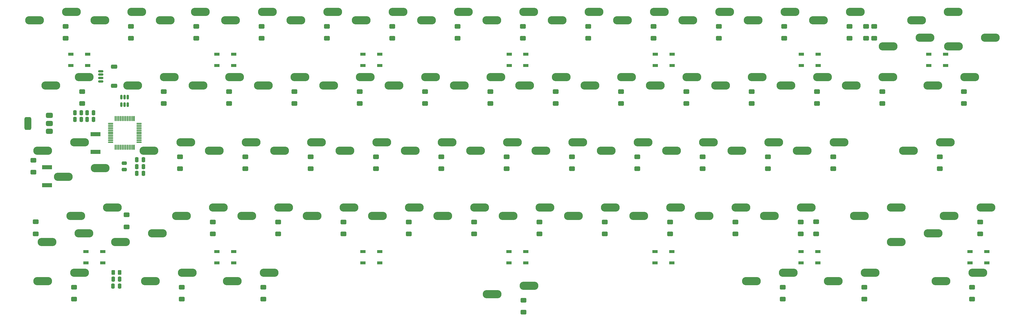
<source format=gbr>
%TF.GenerationSoftware,KiCad,Pcbnew,8.99.0-946-gf00a1ab517*%
%TF.CreationDate,2024-05-15T19:42:52+07:00*%
%TF.ProjectId,toro60_hs,746f726f-3630-45f6-9873-2e6b69636164,rev?*%
%TF.SameCoordinates,Original*%
%TF.FileFunction,Paste,Bot*%
%TF.FilePolarity,Positive*%
%FSLAX46Y46*%
G04 Gerber Fmt 4.6, Leading zero omitted, Abs format (unit mm)*
G04 Created by KiCad (PCBNEW 8.99.0-946-gf00a1ab517) date 2024-05-15 19:42:52*
%MOMM*%
%LPD*%
G01*
G04 APERTURE LIST*
G04 Aperture macros list*
%AMRoundRect*
0 Rectangle with rounded corners*
0 $1 Rounding radius*
0 $2 $3 $4 $5 $6 $7 $8 $9 X,Y pos of 4 corners*
0 Add a 4 corners polygon primitive as box body*
4,1,4,$2,$3,$4,$5,$6,$7,$8,$9,$2,$3,0*
0 Add four circle primitives for the rounded corners*
1,1,$1+$1,$2,$3*
1,1,$1+$1,$4,$5*
1,1,$1+$1,$6,$7*
1,1,$1+$1,$8,$9*
0 Add four rect primitives between the rounded corners*
20,1,$1+$1,$2,$3,$4,$5,0*
20,1,$1+$1,$4,$5,$6,$7,0*
20,1,$1+$1,$6,$7,$8,$9,0*
20,1,$1+$1,$8,$9,$2,$3,0*%
G04 Aperture macros list end*
%ADD10O,5.500000X2.410000*%
%ADD11RoundRect,0.250000X0.600000X-0.400000X0.600000X0.400000X-0.600000X0.400000X-0.600000X-0.400000X0*%
%ADD12RoundRect,0.375000X0.625000X0.375000X-0.625000X0.375000X-0.625000X-0.375000X0.625000X-0.375000X0*%
%ADD13RoundRect,0.500000X0.500000X1.400000X-0.500000X1.400000X-0.500000X-1.400000X0.500000X-1.400000X0*%
%ADD14R,3.000000X1.190000*%
%ADD15RoundRect,0.250000X-0.250000X-0.475000X0.250000X-0.475000X0.250000X0.475000X-0.250000X0.475000X0*%
%ADD16R,1.500000X0.900000*%
%ADD17RoundRect,0.250000X0.250000X0.475000X-0.250000X0.475000X-0.250000X-0.475000X0.250000X-0.475000X0*%
%ADD18RoundRect,0.250000X0.262500X0.450000X-0.262500X0.450000X-0.262500X-0.450000X0.262500X-0.450000X0*%
%ADD19RoundRect,0.150000X-0.150000X0.512500X-0.150000X-0.512500X0.150000X-0.512500X0.150000X0.512500X0*%
%ADD20RoundRect,0.250000X-0.600000X0.400000X-0.600000X-0.400000X0.600000X-0.400000X0.600000X0.400000X0*%
%ADD21RoundRect,0.150000X-0.625000X0.150000X-0.625000X-0.150000X0.625000X-0.150000X0.625000X0.150000X0*%
%ADD22RoundRect,0.250000X-0.650000X0.350000X-0.650000X-0.350000X0.650000X-0.350000X0.650000X0.350000X0*%
%ADD23RoundRect,0.250000X0.475000X-0.250000X0.475000X0.250000X-0.475000X0.250000X-0.475000X-0.250000X0*%
%ADD24RoundRect,0.075000X0.075000X-0.662500X0.075000X0.662500X-0.075000X0.662500X-0.075000X-0.662500X0*%
%ADD25RoundRect,0.075000X0.662500X-0.075000X0.662500X0.075000X-0.662500X0.075000X-0.662500X-0.075000X0*%
G04 APERTURE END LIST*
D10*
%TO.C,SW29*%
X311728000Y-150290000D03*
X300978000Y-152775000D03*
%TD*%
%TO.C,SW30*%
X47434000Y-179410000D03*
X58184000Y-176925000D03*
%TD*%
%TO.C,SW16*%
X53553000Y-150290000D03*
X43803000Y-152775000D03*
%TD*%
%TO.C,SW69*%
X282675999Y-207440000D03*
X271925999Y-209925000D03*
%TD*%
%TO.C,SW50*%
X187902500Y-188390000D03*
X177152500Y-190875000D03*
%TD*%
%TO.C,SW31*%
X83127500Y-169340000D03*
X72377500Y-171825000D03*
%TD*%
%TO.C,SW13*%
X278390000Y-131240000D03*
X267640000Y-133725000D03*
%TD*%
%TO.C,SW46*%
X111702500Y-188390000D03*
X100952500Y-190875000D03*
%TD*%
%TO.C,SW19*%
X116465000Y-150290000D03*
X105715000Y-152775000D03*
%TD*%
%TO.C,SW23*%
X192665000Y-150290000D03*
X181915000Y-152775000D03*
%TD*%
%TO.C,SW53*%
X245052500Y-188390000D03*
X234302500Y-190875000D03*
%TD*%
%TO.C,SW28*%
X287915000Y-150290000D03*
X277165000Y-152775000D03*
%TD*%
%TO.C,SW56*%
X316490000Y-188390000D03*
X305740000Y-190875000D03*
%TD*%
%TO.C,SW34*%
X140277500Y-169340000D03*
X129527500Y-171825000D03*
%TD*%
%TO.C,SW45*%
X92652500Y-188390000D03*
X81902500Y-190875000D03*
%TD*%
%TO.C,SW2*%
X68840000Y-131240000D03*
X58090000Y-133725000D03*
%TD*%
%TO.C,SW21*%
X154565000Y-150290000D03*
X143815000Y-152775000D03*
%TD*%
%TO.C,SW3*%
X87390000Y-131240000D03*
X77140000Y-133725000D03*
%TD*%
%TO.C,SW26*%
X249815000Y-150290000D03*
X239065000Y-152775000D03*
%TD*%
%TO.C,SW8*%
X183140000Y-131240000D03*
X172390000Y-133725000D03*
%TD*%
%TO.C,SW22*%
X173615000Y-150290000D03*
X162865000Y-152775000D03*
%TD*%
%TO.C,SW6*%
X145040000Y-131240000D03*
X134290000Y-133725000D03*
%TD*%
%TO.C,SW14*%
X287940000Y-141310000D03*
X298690000Y-138825000D03*
%TD*%
%TO.C,SW20*%
X135515000Y-150290000D03*
X124765000Y-152775000D03*
%TD*%
%TO.C,SW24*%
X211715000Y-150290000D03*
X200965000Y-152775000D03*
%TD*%
%TO.C,SW40*%
X254577500Y-169340000D03*
X243827500Y-171825000D03*
%TD*%
%TO.C,SW36*%
X178377500Y-169340000D03*
X167627500Y-171825000D03*
%TD*%
%TO.C,SW35*%
X159327500Y-169340000D03*
X148577500Y-171825000D03*
%TD*%
%TO.C,SW17*%
X78365000Y-150290000D03*
X67615000Y-152775000D03*
%TD*%
%TO.C,SW41*%
X273627500Y-169340000D03*
X262877500Y-171825000D03*
%TD*%
%TO.C,SW39*%
X235527500Y-169340000D03*
X224777500Y-171825000D03*
%TD*%
%TO.C,SW1005*%
X290321500Y-198460000D03*
X301071500Y-195975000D03*
%TD*%
%TO.C,SW11*%
X240290000Y-131240000D03*
X229540000Y-133725000D03*
%TD*%
%TO.C,SW49*%
X168852500Y-188390000D03*
X158102500Y-190875000D03*
%TD*%
%TO.C,SW12*%
X259340000Y-131240000D03*
X248590000Y-133725000D03*
%TD*%
%TO.C,SW1002*%
X52171000Y-169340000D03*
X41421000Y-171825000D03*
%TD*%
%TO.C,SW1*%
X49790000Y-131240000D03*
X39040000Y-133725000D03*
%TD*%
%TO.C,SW55*%
X290296500Y-188390000D03*
X279546500Y-190875000D03*
%TD*%
%TO.C,SW7*%
X164090000Y-131240000D03*
X153340000Y-133725000D03*
%TD*%
%TO.C,SW9*%
X202190000Y-131240000D03*
X191440000Y-133725000D03*
%TD*%
%TO.C,SW54*%
X264102500Y-188390000D03*
X253352500Y-190875000D03*
%TD*%
%TO.C,SW4*%
X106940000Y-131240000D03*
X96190000Y-133725000D03*
%TD*%
%TO.C,SW63*%
X183235000Y-211250000D03*
X172485000Y-213735000D03*
%TD*%
%TO.C,SW44*%
X64102500Y-198460000D03*
X74852500Y-195975000D03*
%TD*%
%TO.C,SW42*%
X304658099Y-169340000D03*
X293908099Y-171825000D03*
%TD*%
%TO.C,SW32*%
X102177500Y-169340000D03*
X91427500Y-171825000D03*
%TD*%
%TO.C,SW58*%
X83603500Y-207440000D03*
X72853500Y-209925000D03*
%TD*%
%TO.C,SW51*%
X206952500Y-188390000D03*
X196202500Y-190875000D03*
%TD*%
%TO.C,SW33*%
X121227500Y-169340000D03*
X110477500Y-171825000D03*
%TD*%
%TO.C,SW27*%
X268865000Y-150290000D03*
X258115000Y-152775000D03*
%TD*%
%TO.C,SW5*%
X125990000Y-131240000D03*
X115240000Y-133725000D03*
%TD*%
%TO.C,SW25*%
X230765000Y-150290000D03*
X220015000Y-152775000D03*
%TD*%
%TO.C,SW70*%
X314108500Y-207440000D03*
X303358500Y-209925000D03*
%TD*%
%TO.C,SW43*%
X42671000Y-198460000D03*
X53421000Y-195975000D03*
%TD*%
%TO.C,SW47*%
X130752500Y-188390000D03*
X120002500Y-190875000D03*
%TD*%
%TO.C,SW59*%
X107416000Y-207440000D03*
X96666000Y-209925000D03*
%TD*%
%TO.C,SW1004*%
X61770600Y-188390000D03*
X51020600Y-190875000D03*
%TD*%
%TO.C,SW1000*%
X306965000Y-131240000D03*
X296215000Y-133725000D03*
%TD*%
%TO.C,SW18*%
X97415000Y-150290000D03*
X86665000Y-152775000D03*
%TD*%
%TO.C,SW10*%
X221240000Y-131240000D03*
X210490000Y-133725000D03*
%TD*%
%TO.C,SW68*%
X258863499Y-207440000D03*
X248113499Y-209925000D03*
%TD*%
%TO.C,SW52*%
X226002500Y-188390000D03*
X215252500Y-190875000D03*
%TD*%
%TO.C,SW57*%
X52171000Y-207440000D03*
X41421000Y-209925000D03*
%TD*%
%TO.C,SW38*%
X216477500Y-169340000D03*
X205727500Y-171825000D03*
%TD*%
%TO.C,SW48*%
X149802500Y-188390000D03*
X139052500Y-190875000D03*
%TD*%
%TO.C,SW37*%
X197427500Y-169340000D03*
X186677500Y-171825000D03*
%TD*%
%TO.C,SW15*%
X306990000Y-141310000D03*
X317740000Y-138825000D03*
%TD*%
D11*
%TO.C,D14*%
X281520000Y-138960000D03*
X281520000Y-135460000D03*
%TD*%
D12*
%TO.C,U2*%
X43375000Y-161525000D03*
X43375000Y-163825000D03*
D13*
X37075000Y-163825000D03*
D12*
X43375000Y-166125000D03*
%TD*%
D14*
%TO.C,Dled2*%
X56837500Y-172157500D03*
X56837500Y-166967500D03*
%TD*%
D11*
%TO.C,D25*%
X229115000Y-158010000D03*
X229115000Y-154510000D03*
%TD*%
%TO.C,D42*%
X303008099Y-177060000D03*
X303008099Y-173560000D03*
%TD*%
%TO.C,D36*%
X176727500Y-177060000D03*
X176727500Y-173560000D03*
%TD*%
%TO.C,D13*%
X276740000Y-138960000D03*
X276740000Y-135460000D03*
%TD*%
%TO.C,D29*%
X310078000Y-158010000D03*
X310078000Y-154510000D03*
%TD*%
%TO.C,D49*%
X167202500Y-196110000D03*
X167202500Y-192610000D03*
%TD*%
D15*
%TO.C,C6*%
X50790000Y-162650000D03*
X52690000Y-162650000D03*
%TD*%
D11*
%TO.C,D46*%
X110052500Y-196110000D03*
X110052500Y-192610000D03*
%TD*%
D16*
%TO.C,Drgb8*%
X262585000Y-204595000D03*
X262585000Y-201295000D03*
X267485000Y-201295000D03*
X267485000Y-204595000D03*
%TD*%
D11*
%TO.C,D21*%
X152915000Y-158010000D03*
X152915000Y-154510000D03*
%TD*%
%TO.C,D47*%
X129102500Y-196110000D03*
X129102500Y-192610000D03*
%TD*%
%TO.C,D45*%
X91002500Y-196110000D03*
X91002500Y-192610000D03*
%TD*%
D16*
%TO.C,Drgb6*%
X304725000Y-143605000D03*
X304725000Y-146905000D03*
X299825000Y-146905000D03*
X299825000Y-143605000D03*
%TD*%
D11*
%TO.C,D38*%
X214827500Y-177060000D03*
X214827500Y-173560000D03*
%TD*%
%TO.C,D3*%
X86240000Y-138960000D03*
X86240000Y-135460000D03*
%TD*%
D17*
%TO.C,C7*%
X56240000Y-162650000D03*
X54340000Y-162650000D03*
%TD*%
D11*
%TO.C,D20*%
X133865000Y-158010000D03*
X133865000Y-154510000D03*
%TD*%
%TO.C,D30*%
X38740000Y-178090000D03*
X38740000Y-174590000D03*
%TD*%
%TO.C,D31*%
X81477500Y-177060000D03*
X81477500Y-173560000D03*
%TD*%
D15*
%TO.C,C5*%
X61945000Y-209345000D03*
X63845000Y-209345000D03*
%TD*%
D18*
%TO.C,R1*%
X63815000Y-207405000D03*
X61990000Y-207405000D03*
%TD*%
D16*
%TO.C,Drgb11*%
X134785000Y-204595000D03*
X134785000Y-201295000D03*
X139685000Y-201295000D03*
X139685000Y-204595000D03*
%TD*%
%TO.C,Drgb12*%
X92185000Y-204595000D03*
X92185000Y-201295000D03*
X97085000Y-201295000D03*
X97085000Y-204595000D03*
%TD*%
D11*
%TO.C,D53*%
X243402500Y-196110000D03*
X243402500Y-192610000D03*
%TD*%
%TO.C,D56*%
X314840000Y-196110000D03*
X314840000Y-192610000D03*
%TD*%
D19*
%TO.C,U3*%
X64335000Y-156117500D03*
X65285000Y-156117500D03*
X66235000Y-156117500D03*
X66235000Y-158392500D03*
X65285000Y-158392500D03*
X64335000Y-158392500D03*
%TD*%
D14*
%TO.C,Dled1*%
X42652500Y-176672500D03*
X42652500Y-181862500D03*
%TD*%
D11*
%TO.C,D5*%
X124340000Y-138960000D03*
X124340000Y-135460000D03*
%TD*%
D17*
%TO.C,C10*%
X63835000Y-211325000D03*
X61935000Y-211325000D03*
%TD*%
D11*
%TO.C,D22*%
X171965000Y-158010000D03*
X171965000Y-154510000D03*
%TD*%
D16*
%TO.C,Drgb2*%
X139725000Y-143605000D03*
X139725000Y-146905000D03*
X134825000Y-146905000D03*
X134825000Y-143605000D03*
%TD*%
%TO.C,Drgb4*%
X224945000Y-143615000D03*
X224945000Y-146915000D03*
X220045000Y-146915000D03*
X220045000Y-143615000D03*
%TD*%
D11*
%TO.C,D50*%
X186252500Y-196110000D03*
X186252500Y-192610000D03*
%TD*%
%TO.C,D34*%
X138627500Y-177060000D03*
X138627500Y-173560000D03*
%TD*%
%TO.C,D6*%
X143390000Y-138960000D03*
X143390000Y-135460000D03*
%TD*%
%TO.C,D27*%
X267215000Y-158010000D03*
X267215000Y-154510000D03*
%TD*%
%TO.C,D33*%
X119577500Y-177060000D03*
X119577500Y-173560000D03*
%TD*%
%TO.C,D69*%
X281025999Y-215160000D03*
X281025999Y-211660000D03*
%TD*%
%TO.C,D26*%
X248165000Y-158010000D03*
X248165000Y-154510000D03*
%TD*%
%TO.C,D52*%
X224352500Y-196110000D03*
X224352500Y-192610000D03*
%TD*%
%TO.C,D23*%
X191015000Y-158010000D03*
X191015000Y-154510000D03*
%TD*%
%TO.C,D9*%
X200540000Y-138960000D03*
X200540000Y-135460000D03*
%TD*%
D16*
%TO.C,Drgb1*%
X97115000Y-143605000D03*
X97115000Y-146905000D03*
X92215000Y-146905000D03*
X92215000Y-143605000D03*
%TD*%
D11*
%TO.C,D51*%
X205302500Y-196110000D03*
X205302500Y-192610000D03*
%TD*%
%TO.C,D48*%
X148152500Y-196110000D03*
X148152500Y-192610000D03*
%TD*%
D16*
%TO.C,Drgb9*%
X219985000Y-204595000D03*
X219985000Y-201295000D03*
X224885000Y-201295000D03*
X224885000Y-204595000D03*
%TD*%
D11*
%TO.C,D70*%
X312458500Y-215160000D03*
X312458500Y-211660000D03*
%TD*%
D17*
%TO.C,C3*%
X70750000Y-176440000D03*
X68850000Y-176440000D03*
%TD*%
D11*
%TO.C,D24*%
X210065000Y-158010000D03*
X210065000Y-154510000D03*
%TD*%
D15*
%TO.C,C1*%
X50790000Y-160690000D03*
X52690000Y-160690000D03*
%TD*%
D11*
%TO.C,D2*%
X67190000Y-138960000D03*
X67190000Y-135460000D03*
%TD*%
%TO.C,D16*%
X52903000Y-158010000D03*
X52903000Y-154510000D03*
%TD*%
%TO.C,D18*%
X95765000Y-158010000D03*
X95765000Y-154510000D03*
%TD*%
%TO.C,D17*%
X76715000Y-158010000D03*
X76715000Y-154510000D03*
%TD*%
D16*
%TO.C,Drgb10*%
X177385000Y-204595000D03*
X177385000Y-201295000D03*
X182285000Y-201295000D03*
X182285000Y-204595000D03*
%TD*%
D20*
%TO.C,D43*%
X39370000Y-192600000D03*
X39370000Y-196100000D03*
%TD*%
D11*
%TO.C,D1*%
X48140000Y-138960000D03*
X48140000Y-135460000D03*
%TD*%
%TO.C,D37*%
X195777500Y-177060000D03*
X195777500Y-173560000D03*
%TD*%
D16*
%TO.C,Drgb13*%
X54035000Y-204575000D03*
X54035000Y-201275000D03*
X58935000Y-201275000D03*
X58935000Y-204575000D03*
%TD*%
D11*
%TO.C,D35*%
X157677500Y-177060000D03*
X157677500Y-173560000D03*
%TD*%
D16*
%TO.C,Drgb14*%
X54505000Y-143615000D03*
X54505000Y-146915000D03*
X49605000Y-146915000D03*
X49605000Y-143615000D03*
%TD*%
D17*
%TO.C,C9*%
X70760000Y-178410000D03*
X68860000Y-178410000D03*
%TD*%
D16*
%TO.C,Drgb5*%
X267545000Y-143635000D03*
X267545000Y-146935000D03*
X262645000Y-146935000D03*
X262645000Y-143635000D03*
%TD*%
%TO.C,Drgb3*%
X182335000Y-143605000D03*
X182335000Y-146905000D03*
X177435000Y-146905000D03*
X177435000Y-143605000D03*
%TD*%
D17*
%TO.C,C8*%
X70750000Y-174480000D03*
X68850000Y-174480000D03*
%TD*%
D11*
%TO.C,D39*%
X233877500Y-177060000D03*
X233877500Y-173560000D03*
%TD*%
%TO.C,D7*%
X162440000Y-138960000D03*
X162440000Y-135460000D03*
%TD*%
%TO.C,D54*%
X262452500Y-196110000D03*
X262452500Y-192610000D03*
%TD*%
%TO.C,D8*%
X181490000Y-138960000D03*
X181490000Y-135460000D03*
%TD*%
%TO.C,D12*%
X257690000Y-138960000D03*
X257690000Y-135460000D03*
%TD*%
%TO.C,D40*%
X252927500Y-177060000D03*
X252927500Y-173560000D03*
%TD*%
%TO.C,D15*%
X283920000Y-138970000D03*
X283920000Y-135470000D03*
%TD*%
%TO.C,D11*%
X238640000Y-138960000D03*
X238640000Y-135460000D03*
%TD*%
D21*
%TO.C,J1*%
X58335000Y-148585000D03*
X58335000Y-149585000D03*
X58335000Y-150585000D03*
X58335000Y-151585000D03*
D22*
X62210000Y-147285000D03*
X62210000Y-152885000D03*
%TD*%
D23*
%TO.C,C4*%
X65200000Y-177340000D03*
X65200000Y-175440000D03*
%TD*%
D24*
%TO.C,Ud1*%
X68115000Y-170777500D03*
X67615000Y-170777500D03*
X67115000Y-170777500D03*
X66615000Y-170777500D03*
X66115000Y-170777500D03*
X65615000Y-170777500D03*
X65115000Y-170777500D03*
X64615000Y-170777500D03*
X64115000Y-170777500D03*
X63615000Y-170777500D03*
X63115000Y-170777500D03*
X62615000Y-170777500D03*
D25*
X61202500Y-169365000D03*
X61202500Y-168865000D03*
X61202500Y-168365000D03*
X61202500Y-167865000D03*
X61202500Y-167365000D03*
X61202500Y-166865000D03*
X61202500Y-166365000D03*
X61202500Y-165865000D03*
X61202500Y-165365000D03*
X61202500Y-164865000D03*
X61202500Y-164365000D03*
X61202500Y-163865000D03*
D24*
X62615000Y-162452500D03*
X63115000Y-162452500D03*
X63615000Y-162452500D03*
X64115000Y-162452500D03*
X64615000Y-162452500D03*
X65115000Y-162452500D03*
X65615000Y-162452500D03*
X66115000Y-162452500D03*
X66615000Y-162452500D03*
X67115000Y-162452500D03*
X67615000Y-162452500D03*
X68115000Y-162452500D03*
D25*
X69527500Y-163865000D03*
X69527500Y-164365000D03*
X69527500Y-164865000D03*
X69527500Y-165365000D03*
X69527500Y-165865000D03*
X69527500Y-166365000D03*
X69527500Y-166865000D03*
X69527500Y-167365000D03*
X69527500Y-167865000D03*
X69527500Y-168365000D03*
X69527500Y-168865000D03*
X69527500Y-169365000D03*
%TD*%
D11*
%TO.C,D55*%
X266950000Y-196100000D03*
X266950000Y-192600000D03*
%TD*%
D17*
%TO.C,C2*%
X56240000Y-160690000D03*
X54340000Y-160690000D03*
%TD*%
D11*
%TO.C,D19*%
X114815000Y-158010000D03*
X114815000Y-154510000D03*
%TD*%
%TO.C,D41*%
X271977500Y-177060000D03*
X271977500Y-173560000D03*
%TD*%
%TO.C,D68*%
X257213499Y-215160000D03*
X257213499Y-211660000D03*
%TD*%
%TO.C,D4*%
X105290000Y-138960000D03*
X105290000Y-135460000D03*
%TD*%
D16*
%TO.C,Drgb7*%
X311805000Y-204565000D03*
X311805000Y-201265000D03*
X316705000Y-201265000D03*
X316705000Y-204565000D03*
%TD*%
D11*
%TO.C,D57*%
X50521000Y-215160000D03*
X50521000Y-211660000D03*
%TD*%
D20*
%TO.C,D44*%
X65850000Y-190550000D03*
X65850000Y-194050000D03*
%TD*%
D11*
%TO.C,D63*%
X181585000Y-218970000D03*
X181585000Y-215470000D03*
%TD*%
%TO.C,D32*%
X100527500Y-177060000D03*
X100527500Y-173560000D03*
%TD*%
%TO.C,D58*%
X81953500Y-215160000D03*
X81953500Y-211660000D03*
%TD*%
%TO.C,D10*%
X219590000Y-138960000D03*
X219590000Y-135460000D03*
%TD*%
%TO.C,D28*%
X286265000Y-158010000D03*
X286265000Y-154510000D03*
%TD*%
%TO.C,D59*%
X105766000Y-215160000D03*
X105766000Y-211660000D03*
%TD*%
M02*

</source>
